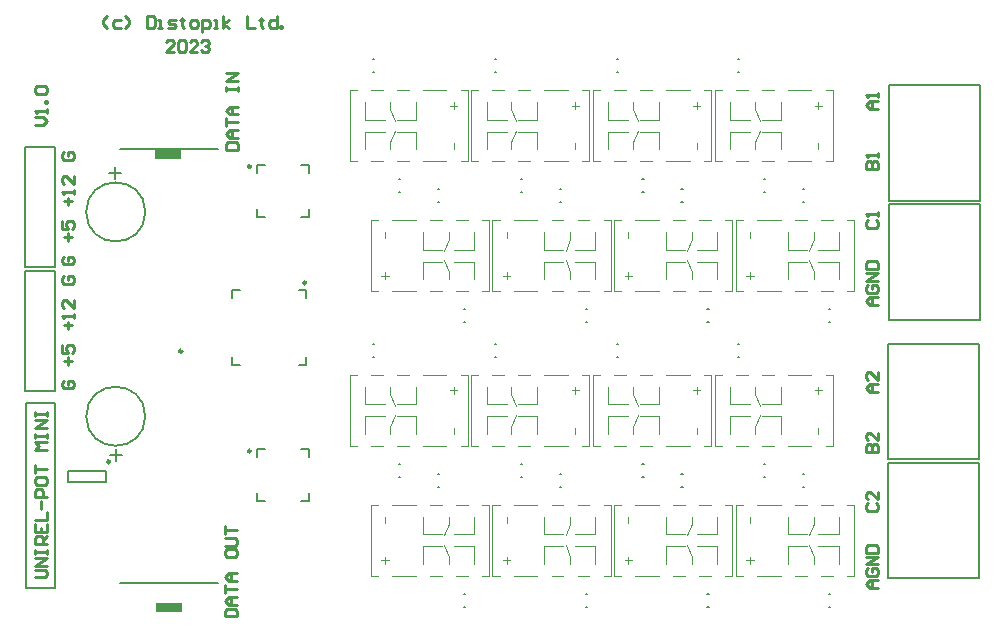
<source format=gto>
G04*
G04 #@! TF.GenerationSoftware,Altium Limited,Altium Designer,20.0.9 (164)*
G04*
G04 Layer_Color=65535*
%FSLAX25Y25*%
%MOIN*%
G70*
G01*
G75*
%ADD10C,0.00787*%
%ADD11C,0.00984*%
%ADD12C,0.00394*%
%ADD13C,0.01000*%
G36*
X390945Y283858D02*
X382283D01*
Y287008D01*
X390945D01*
Y283858D01*
D02*
G37*
G36*
X390551Y435039D02*
X381890D01*
Y438189D01*
X390551D01*
Y435039D01*
D02*
G37*
D10*
X378740Y417323D02*
G03*
X378740Y417323I-9843J0D01*
G01*
Y349213D02*
G03*
X378740Y349213I-9843J0D01*
G01*
X370472Y438189D02*
X403150D01*
X338976Y336221D02*
Y353543D01*
X348819D01*
Y343307D02*
Y353543D01*
X370472Y293701D02*
X403150D01*
X348819Y292126D02*
Y343307D01*
X338976Y292126D02*
X348819D01*
X338976D02*
Y336221D01*
Y292126D02*
X341339D01*
X416043Y430413D02*
Y433071D01*
X418701D01*
X430709D02*
X433366D01*
Y430413D02*
Y433071D01*
Y415748D02*
Y418405D01*
X430709Y415748D02*
X433366D01*
X416043D02*
Y418405D01*
Y415748D02*
X418701D01*
X407677Y388583D02*
Y391142D01*
X410236Y391142D01*
X407677Y366339D02*
X407677Y368898D01*
X407677Y366339D02*
X410236Y366339D01*
X429921Y366339D02*
X432480D01*
X432480Y368898D02*
X432480Y366339D01*
Y388583D02*
Y391142D01*
X429921D02*
X432480D01*
X416043Y335531D02*
Y338189D01*
X418701D01*
X430709D02*
X433366D01*
Y335531D02*
Y338189D01*
Y320866D02*
Y323524D01*
X430709Y320866D02*
X433366D01*
X416043D02*
Y323524D01*
Y320866D02*
X418701D01*
X576378Y463976D02*
X576772D01*
X576378Y468307D02*
X576772D01*
X535827Y463976D02*
X536221D01*
X535827Y468307D02*
X536221D01*
X495276Y463976D02*
X495669D01*
X495276Y468307D02*
X495669D01*
X454724Y463976D02*
X455118D01*
X454724Y468307D02*
X455118D01*
X485039Y384842D02*
X485433D01*
X485039Y380512D02*
X485433D01*
X525591Y384842D02*
X525984D01*
X525591Y380512D02*
X525984D01*
X566142Y384842D02*
X566535D01*
X566142Y380512D02*
X566535D01*
X606693Y384842D02*
X607087D01*
X606693Y380512D02*
X607087D01*
X585039Y423819D02*
X585433D01*
X585039Y428150D02*
X585433D01*
X544488Y423819D02*
X544882D01*
X544488Y428150D02*
X544882D01*
X503937Y423819D02*
X504331D01*
X503937Y428150D02*
X504331D01*
X463386Y423819D02*
X463779D01*
X463386Y428150D02*
X463779D01*
X476378Y425000D02*
X476772D01*
X476378Y420669D02*
X476772D01*
X516929Y425000D02*
X517323D01*
X516929Y420669D02*
X517323D01*
X557480Y425000D02*
X557874D01*
X557480Y420669D02*
X557874D01*
X598032Y425000D02*
X598425D01*
X598032Y420669D02*
X598425D01*
X626201Y373294D02*
X656701D01*
X626201Y334894D02*
X656701D01*
X626201D02*
Y373294D01*
X656701Y334894D02*
Y373294D01*
X338701Y398937D02*
X348701D01*
X338701D02*
Y438937D01*
X348701Y398937D02*
Y438937D01*
X338701D02*
X348701D01*
X338701Y357598D02*
X348701D01*
X338701D02*
Y397598D01*
X348701Y357598D02*
Y397598D01*
X338701D02*
X348701D01*
X626201Y333610D02*
X656701D01*
X626201Y295210D02*
X656701D01*
X626201D02*
Y333610D01*
X656701Y295210D02*
Y333610D01*
X626594Y459515D02*
X657094D01*
X626594Y421115D02*
X657094D01*
X626594D02*
Y459515D01*
X657094Y421115D02*
Y459515D01*
X626594Y419830D02*
X657094D01*
X626594Y381430D02*
X657094D01*
X626594D02*
Y419830D01*
X657094Y381430D02*
Y419830D01*
X353150Y327362D02*
Y330906D01*
X365748Y327362D02*
Y330906D01*
X353150Y327362D02*
X365748Y327362D01*
X353150Y330906D02*
X365748Y330906D01*
X576378Y369094D02*
X576772Y369094D01*
X576378Y373425D02*
X576772D01*
X585039Y328937D02*
X585433Y328937D01*
X585039Y333268D02*
X585433D01*
X535827Y369094D02*
X536220D01*
X535827Y373425D02*
X536220D01*
X544488Y328937D02*
X544882D01*
X544488Y333268D02*
X544882D01*
X495276Y369094D02*
X495669D01*
X495276Y373425D02*
X495669D01*
X503937Y328937D02*
X504331D01*
X503937Y333268D02*
X504331D01*
X454724Y369094D02*
X455118Y369094D01*
X454724Y373425D02*
X455118D01*
X463386Y328937D02*
X463779D01*
X463386Y333268D02*
X463779D01*
X485039Y289961D02*
X485433D01*
X485039Y285630D02*
X485433D01*
X476378Y330118D02*
X476772Y330118D01*
X476378Y325787D02*
X476772D01*
X525591Y289961D02*
X525984D01*
X525591Y285630D02*
X525984D01*
X516929Y330118D02*
X517323D01*
X516929Y325787D02*
X517323D01*
X566142Y289961D02*
X566535D01*
X566142Y285630D02*
X566535D01*
X557480Y330118D02*
X557874D01*
X557480Y325787D02*
X557874D01*
X606693Y289961D02*
X607087D01*
X606693Y285630D02*
X607087D01*
X598032Y330118D02*
X598425D01*
X598032Y325787D02*
X598425D01*
X368702Y428346D02*
Y432282D01*
X366734Y430314D02*
X370670D01*
X369093Y338189D02*
Y334253D01*
X371061Y336221D02*
X367126D01*
D11*
X413976Y432480D02*
G03*
X413976Y432480I-492J0D01*
G01*
X432382Y393701D02*
G03*
X432382Y393701I-492J0D01*
G01*
X413976Y337598D02*
G03*
X413976Y337598I-492J0D01*
G01*
X391043Y370866D02*
G03*
X391043Y370866I-492J0D01*
G01*
X366929Y334055D02*
G03*
X366929Y334055I-492J0D01*
G01*
D12*
X605512Y457874D02*
X607874D01*
X592913D02*
X600787D01*
X584252D02*
X588189D01*
X575591D02*
X579528D01*
X568504D02*
X570866D01*
X568504Y434252D02*
X570866D01*
X575591D02*
X579528D01*
X584252D02*
X588189D01*
X592913D02*
X600787D01*
X605512D02*
X607874D01*
X568504D02*
Y457874D01*
X590551Y438189D02*
Y444095D01*
X584252D02*
X590551D01*
X581890Y438189D02*
Y440551D01*
X583521Y444465D01*
X573622Y438189D02*
Y444095D01*
X580315D01*
X573622Y448032D02*
X580315D01*
X573622D02*
Y453937D01*
X581890Y451575D02*
X583521Y447661D01*
X581890Y451575D02*
Y453937D01*
X584252Y448032D02*
X590551D01*
Y453937D01*
X603150Y438189D02*
Y440158D01*
X601968Y452756D02*
X604331D01*
X603150Y451575D02*
Y453937D01*
X607874Y434252D02*
Y457874D01*
X564961Y457874D02*
X567323D01*
X552362D02*
X560236D01*
X543701D02*
X547638D01*
X535039D02*
X538976D01*
X527953D02*
X530315D01*
X527953Y434252D02*
X530315D01*
X535039D02*
X538976D01*
X543701D02*
X547638D01*
X552362D02*
X560236D01*
X564961D02*
X567323D01*
X527953D02*
Y457874D01*
X550000Y438189D02*
Y444095D01*
X543701D02*
X550000D01*
X541339Y438189D02*
Y440551D01*
X542969Y444465D01*
X533071Y438189D02*
Y444095D01*
X539764D01*
X533071Y448032D02*
X539764D01*
X533071D02*
Y453937D01*
X541339Y451575D02*
X542969Y447661D01*
X541339Y451575D02*
Y453937D01*
X543701Y448032D02*
X550000D01*
Y453937D01*
X562598Y438189D02*
Y440158D01*
X561417Y452756D02*
X563779D01*
X562598Y451575D02*
Y453937D01*
X567323Y434252D02*
Y457874D01*
X524409Y457874D02*
X526772D01*
X511811D02*
X519685D01*
X503150D02*
X507087D01*
X494488D02*
X498425D01*
X487402D02*
X489764D01*
X487402Y434252D02*
X489764D01*
X494488D02*
X498425D01*
X503150D02*
X507087D01*
X511811D02*
X519685D01*
X524409D02*
X526772D01*
X487402D02*
Y457874D01*
X509449Y438189D02*
Y444095D01*
X503150D02*
X509449D01*
X500787Y438189D02*
Y440551D01*
X502418Y444465D01*
X492520Y438189D02*
Y444095D01*
X499213D01*
X492520Y448032D02*
X499213D01*
X492520D02*
Y453937D01*
X500787Y451575D02*
X502418Y447661D01*
X500787Y451575D02*
Y453937D01*
X503150Y448032D02*
X509449D01*
Y453937D01*
X522047Y438189D02*
Y440158D01*
X520866Y452756D02*
X523228D01*
X522047Y451575D02*
Y453937D01*
X526772Y434252D02*
Y457874D01*
X483858Y457874D02*
X486221D01*
X471260D02*
X479134D01*
X462598D02*
X466535D01*
X453937D02*
X457874D01*
X446850D02*
X449213D01*
X446850Y434252D02*
X449213D01*
X453937D02*
X457874D01*
X462598D02*
X466535D01*
X471260D02*
X479134D01*
X483858D02*
X486221D01*
X446850D02*
Y457874D01*
X468898Y438189D02*
Y444095D01*
X462598D02*
X468898D01*
X460236Y438189D02*
Y440551D01*
X461867Y444465D01*
X451968Y438189D02*
Y444095D01*
X458661D01*
X451968Y448032D02*
X458661D01*
X451968D02*
Y453937D01*
X460236Y451575D02*
X461867Y447661D01*
X460236Y451575D02*
Y453937D01*
X462598Y448032D02*
X468898D01*
Y453937D01*
X481496Y438189D02*
Y440158D01*
X480315Y452756D02*
X482677D01*
X481496Y451575D02*
Y453937D01*
X486221Y434252D02*
Y457874D01*
X453937Y390945D02*
X456299D01*
X461024D02*
X468898D01*
X473622D02*
X477559D01*
X482283D02*
X486221D01*
X490945D02*
X493307D01*
X490945Y414567D02*
X493307D01*
X482283D02*
X486221D01*
X473622D02*
X477559D01*
X461024D02*
X468898D01*
X453937D02*
X456299D01*
X493307Y390945D02*
Y414567D01*
X471260Y404724D02*
Y410630D01*
Y404724D02*
X477559D01*
X479921Y408268D02*
Y410630D01*
X478291Y404354D02*
X479921Y408268D01*
X488189Y404724D02*
Y410630D01*
X481496Y404724D02*
X488189D01*
X481496Y400787D02*
X488189D01*
Y394882D02*
Y400787D01*
X478291Y401158D02*
X479921Y397244D01*
Y394882D02*
Y397244D01*
X471260Y400787D02*
X477559D01*
X471260Y394882D02*
Y400787D01*
X458661Y408661D02*
Y410630D01*
X457480Y396063D02*
X459842D01*
X458661Y394882D02*
Y397244D01*
X453937Y390945D02*
Y414567D01*
X494488Y390945D02*
X496850D01*
X501575D02*
X509449D01*
X514173D02*
X518110D01*
X522835D02*
X526772D01*
X531496D02*
X533858D01*
X531496Y414567D02*
X533858D01*
X522835D02*
X526772D01*
X514173D02*
X518110D01*
X501575D02*
X509449D01*
X494488D02*
X496850D01*
X533858Y390945D02*
Y414567D01*
X511811Y404724D02*
Y410630D01*
Y404724D02*
X518110D01*
X520472Y408268D02*
Y410630D01*
X518842Y404354D02*
X520472Y408268D01*
X528740Y404724D02*
Y410630D01*
X522047Y404724D02*
X528740D01*
X522047Y400787D02*
X528740D01*
Y394882D02*
Y400787D01*
X518842Y401158D02*
X520472Y397244D01*
Y394882D02*
Y397244D01*
X511811Y400787D02*
X518110D01*
X511811Y394882D02*
Y400787D01*
X499213Y408661D02*
Y410630D01*
X498032Y396063D02*
X500394D01*
X499213Y394882D02*
Y397244D01*
X494488Y390945D02*
Y414567D01*
X535039Y390945D02*
X537402D01*
X542126D02*
X550000D01*
X554724D02*
X558661D01*
X563386D02*
X567323D01*
X572047D02*
X574409D01*
X572047Y414567D02*
X574409D01*
X563386D02*
X567323D01*
X554724D02*
X558661D01*
X542126D02*
X550000D01*
X535039D02*
X537402D01*
X574409Y390945D02*
Y414567D01*
X552362Y404724D02*
Y410630D01*
Y404724D02*
X558661D01*
X561024Y408268D02*
Y410630D01*
X559393Y404354D02*
X561024Y408268D01*
X569291Y404724D02*
Y410630D01*
X562598Y404724D02*
X569291D01*
X562598Y400787D02*
X569291D01*
Y394882D02*
Y400787D01*
X559393Y401158D02*
X561024Y397244D01*
Y394882D02*
Y397244D01*
X552362Y400787D02*
X558661D01*
X552362Y394882D02*
Y400787D01*
X539764Y408661D02*
Y410630D01*
X538583Y396063D02*
X540945D01*
X539764Y394882D02*
Y397244D01*
X535039Y390945D02*
Y414567D01*
X575591Y390945D02*
X577953D01*
X582677D02*
X590551D01*
X595276D02*
X599213D01*
X603937D02*
X607874D01*
X612598D02*
X614961D01*
X612598Y414567D02*
X614961D01*
X603937D02*
X607874D01*
X595276D02*
X599213D01*
X582677D02*
X590551D01*
X575591D02*
X577953D01*
X614961Y390945D02*
Y414567D01*
X592913Y404724D02*
Y410630D01*
Y404724D02*
X599213D01*
X601575Y408268D02*
Y410630D01*
X599944Y404354D02*
X601575Y408268D01*
X609842Y404724D02*
Y410630D01*
X603150Y404724D02*
X609842D01*
X603150Y400787D02*
X609842D01*
Y394882D02*
Y400787D01*
X599944Y401158D02*
X601575Y397244D01*
Y394882D02*
Y397244D01*
X592913Y400787D02*
X599213D01*
X592913Y394882D02*
Y400787D01*
X580315Y408661D02*
Y410630D01*
X579134Y396063D02*
X581496D01*
X580315Y394882D02*
Y397244D01*
X575591Y390945D02*
Y414567D01*
Y296063D02*
X577953D01*
X582677D02*
X590551D01*
X595276D02*
X599213D01*
X603937D02*
X607874D01*
X612598D02*
X614961D01*
X612598Y319685D02*
X614961D01*
X603937D02*
X607874D01*
X595276D02*
X599213D01*
X582677D02*
X590551D01*
X575591D02*
X577953D01*
X614961Y296063D02*
Y319685D01*
X592913Y309842D02*
Y315748D01*
Y309842D02*
X599213D01*
X601575Y313386D02*
Y315748D01*
X599944Y309472D02*
X601575Y313386D01*
X609842Y309842D02*
Y315748D01*
X603150Y309842D02*
X609842D01*
X603150Y305906D02*
X609842D01*
Y300000D02*
Y305906D01*
X599944Y306276D02*
X601575Y302362D01*
Y300000D02*
Y302362D01*
X592913Y305906D02*
X599213D01*
X592913Y300000D02*
Y305906D01*
X580315Y313779D02*
Y315748D01*
X579134Y301181D02*
X581496D01*
X580315Y300000D02*
Y302362D01*
X575591Y296063D02*
Y319685D01*
X535039Y296063D02*
X537402D01*
X542126D02*
X550000D01*
X554724D02*
X558661D01*
X563386D02*
X567323D01*
X572047D02*
X574409D01*
X572047Y319685D02*
X574409D01*
X563386D02*
X567323D01*
X554724D02*
X558661D01*
X542126D02*
X550000D01*
X535039D02*
X537402D01*
X574409Y296063D02*
Y319685D01*
X552362Y309842D02*
Y315748D01*
Y309842D02*
X558661D01*
X561024Y313386D02*
Y315748D01*
X559393Y309472D02*
X561024Y313386D01*
X569291Y309842D02*
Y315748D01*
X562598Y309842D02*
X569291D01*
X562598Y305906D02*
X569291D01*
Y300000D02*
Y305906D01*
X559393Y306276D02*
X561024Y302362D01*
Y300000D02*
Y302362D01*
X552362Y305906D02*
X558661D01*
X552362Y300000D02*
Y305906D01*
X539764Y313779D02*
Y315748D01*
X538583Y301181D02*
X540945D01*
X539764Y300000D02*
Y302362D01*
X535039Y296063D02*
Y319685D01*
X494488Y296063D02*
X496850D01*
X501575D02*
X509449D01*
X514173D02*
X518110D01*
X522835D02*
X526772D01*
X531496D02*
X533858D01*
X531496Y319685D02*
X533858D01*
X522835D02*
X526772D01*
X514173D02*
X518110D01*
X501575D02*
X509449D01*
X494488D02*
X496850D01*
X533858Y296063D02*
Y319685D01*
X511811Y309842D02*
Y315748D01*
Y309842D02*
X518110D01*
X520472Y313386D02*
Y315748D01*
X518842Y309472D02*
X520472Y313386D01*
X528740Y309842D02*
Y315748D01*
X522047Y309842D02*
X528740D01*
X522047Y305906D02*
X528740D01*
Y300000D02*
Y305906D01*
X518842Y306276D02*
X520472Y302362D01*
Y300000D02*
Y302362D01*
X511811Y305906D02*
X518110D01*
X511811Y300000D02*
Y305906D01*
X499213Y313779D02*
Y315748D01*
X498032Y301181D02*
X500394D01*
X499213Y300000D02*
Y302362D01*
X494488Y296063D02*
Y319685D01*
X453937Y296063D02*
X456299D01*
X461024D02*
X468898D01*
X473622D02*
X477559D01*
X482283D02*
X486221D01*
X490945D02*
X493307D01*
X490945Y319685D02*
X493307D01*
X482283D02*
X486221D01*
X473622D02*
X477559D01*
X461024D02*
X468898D01*
X453937D02*
X456299D01*
X493307Y296063D02*
Y319685D01*
X471260Y309842D02*
Y315748D01*
Y309842D02*
X477559D01*
X479921Y313386D02*
Y315748D01*
X478291Y309472D02*
X479921Y313386D01*
X488189Y309842D02*
Y315748D01*
X481496Y309842D02*
X488189D01*
X481496Y305906D02*
X488189D01*
Y300000D02*
Y305906D01*
X478291Y306276D02*
X479921Y302362D01*
Y300000D02*
Y302362D01*
X471260Y305906D02*
X477559D01*
X471260Y300000D02*
Y305906D01*
X458661Y313779D02*
Y315748D01*
X457480Y301181D02*
X459842D01*
X458661Y300000D02*
Y302362D01*
X453937Y296063D02*
Y319685D01*
X483858Y362992D02*
X486221D01*
X471260Y362992D02*
X479134Y362992D01*
X462598Y362992D02*
X466535D01*
X453937D02*
X457874D01*
X446850Y362992D02*
X449213D01*
X446850Y339370D02*
X449213Y339370D01*
X453937D02*
X457874D01*
X462598D02*
X466535D01*
X471260D02*
X479134Y339370D01*
X483858Y339370D02*
X486221Y339370D01*
X446850D02*
Y362992D01*
X468898Y343307D02*
Y349213D01*
X462598D02*
X468898D01*
X460236Y343307D02*
Y345669D01*
X461867Y349583D01*
X451968Y343307D02*
Y349213D01*
X458661D01*
X451968Y353150D02*
X458661D01*
X451968D02*
Y359055D01*
X460236Y356693D02*
X461867Y352779D01*
X460236Y356693D02*
Y359055D01*
X462598Y353150D02*
X468898D01*
Y359055D01*
X481496Y343307D02*
Y345276D01*
X480315Y357874D02*
X482677D01*
X481496Y356693D02*
X481496Y359055D01*
X486221Y339370D02*
Y362992D01*
X524409D02*
X526772Y362992D01*
X511811D02*
X519685D01*
X503150D02*
X507087D01*
X494488D02*
X498425D01*
X487402Y362992D02*
X489764D01*
X487402Y339370D02*
X489764Y339370D01*
X494488Y339370D02*
X498425D01*
X503150D02*
X507087D01*
X511811D02*
X519685D01*
X524409Y339370D02*
X526772Y339370D01*
X487402D02*
Y362992D01*
X509449Y343307D02*
X509449Y349213D01*
X503150D02*
X509449D01*
X500787Y343307D02*
Y345669D01*
X502418Y349583D01*
X492520Y343307D02*
X492520Y349213D01*
X499213D01*
X492520Y353150D02*
X499213D01*
X492520D02*
Y359055D01*
X500787Y356693D02*
X502418Y352779D01*
X500787Y356693D02*
Y359055D01*
X503150Y353150D02*
X509449D01*
X509449Y359055D02*
X509449Y353150D01*
X522047Y343307D02*
Y345276D01*
X520866Y357874D02*
X523228Y357874D01*
X522047Y356693D02*
X522047Y359055D01*
X526772Y339370D02*
X526772Y362992D01*
X564961D02*
X567323Y362992D01*
X552362Y362992D02*
X560236Y362992D01*
X543701Y362992D02*
X547638D01*
X535039D02*
X538976D01*
X527953Y362992D02*
X530315D01*
X527953Y339370D02*
X530315Y339370D01*
X535039D02*
X538976D01*
X543701D02*
X547638D01*
X552362D02*
X560236Y339370D01*
X564961Y339370D02*
X567323Y339370D01*
X527953D02*
Y362992D01*
X550000Y343307D02*
Y349213D01*
X543701D02*
X550000D01*
X541339Y345669D02*
X541339Y343307D01*
X541339Y345669D02*
X542969Y349583D01*
X533071Y349213D02*
X533071Y343307D01*
X533071Y349213D02*
X539764D01*
X533071Y353150D02*
X539764D01*
X533071D02*
Y359055D01*
X541339Y356693D02*
X542969Y352779D01*
X541339Y359055D02*
X541339Y356693D01*
X543701Y353150D02*
X550000D01*
Y359055D01*
X562598Y343307D02*
Y345276D01*
X561417Y357874D02*
X563779D01*
X562598Y356693D02*
Y359055D01*
X567323Y339370D02*
Y362992D01*
X605512D02*
X607874D01*
X592913Y362992D02*
X600787Y362992D01*
X584252Y362992D02*
X588189D01*
X575591D02*
X579528D01*
X568504Y362992D02*
X570866D01*
X568504Y339370D02*
X570866Y339370D01*
X575591Y339370D02*
X579528D01*
X584252D02*
X588189D01*
X592913D02*
X600787D01*
X605512D02*
X607874D01*
X568504D02*
Y362992D01*
X590551Y343307D02*
Y349213D01*
X584252D02*
X590551D01*
X581890Y343307D02*
Y345669D01*
X583521Y349583D01*
X573622Y349213D02*
X573622Y343307D01*
X573622Y349213D02*
X580315D01*
X573622Y353150D02*
X580315D01*
X573622D02*
Y359055D01*
X581890Y356693D02*
X583521Y352779D01*
X581890Y356693D02*
Y359055D01*
X584252Y353150D02*
X590551D01*
X590551Y359055D02*
X590551Y353150D01*
X603150Y343307D02*
Y345276D01*
X601968Y357874D02*
X604331Y357874D01*
X603150Y356693D02*
X603150Y359055D01*
X607874Y339370D02*
Y362992D01*
D13*
X623016Y386433D02*
X620392D01*
X619080Y387745D01*
X620392Y389057D01*
X623016D01*
X621048D01*
Y386433D01*
X619736Y392993D02*
X619080Y392337D01*
Y391025D01*
X619736Y390369D01*
X622360D01*
X623016Y391025D01*
Y392337D01*
X622360Y392993D01*
X621048D01*
Y391681D01*
X623016Y394305D02*
X619080D01*
X623016Y396928D01*
X619080D01*
Y398240D02*
X623016D01*
Y400208D01*
X622360Y400864D01*
X619736D01*
X619080Y400208D01*
Y398240D01*
X351626Y361104D02*
X350970Y360448D01*
Y359136D01*
X351626Y358480D01*
X354250D01*
X354906Y359136D01*
Y360448D01*
X354250Y361104D01*
X352938D01*
Y359792D01*
Y366352D02*
Y368976D01*
X351626Y367664D02*
X354250D01*
X350970Y372911D02*
Y370287D01*
X352938D01*
X352282Y371599D01*
Y372255D01*
X352938Y372911D01*
X354250D01*
X354906Y372255D01*
Y370943D01*
X354250Y370287D01*
X352938Y378159D02*
Y380783D01*
X351626Y379471D02*
X354250D01*
X354906Y382095D02*
Y383407D01*
Y382751D01*
X350970D01*
X351626Y382095D01*
X354906Y387998D02*
Y385374D01*
X352282Y387998D01*
X351626D01*
X350970Y387342D01*
Y386031D01*
X351626Y385374D01*
Y395870D02*
X350970Y395214D01*
Y393902D01*
X351626Y393246D01*
X354250D01*
X354906Y393902D01*
Y395214D01*
X354250Y395870D01*
X352938D01*
Y394558D01*
X623016Y357299D02*
X620392D01*
X619080Y358611D01*
X620392Y359923D01*
X623016D01*
X621048D01*
Y357299D01*
X623016Y363859D02*
Y361235D01*
X620392Y363859D01*
X619736D01*
X619080Y363203D01*
Y361891D01*
X619736Y361235D01*
X351626Y402443D02*
X350970Y401787D01*
Y400475D01*
X351626Y399819D01*
X354250D01*
X354906Y400475D01*
Y401787D01*
X354250Y402443D01*
X352938D01*
Y401131D01*
Y407690D02*
Y410314D01*
X351626Y409002D02*
X354250D01*
X350970Y414250D02*
Y411626D01*
X352938D01*
X352282Y412938D01*
Y413594D01*
X352938Y414250D01*
X354250D01*
X354906Y413594D01*
Y412282D01*
X354250Y411626D01*
X352938Y419498D02*
Y422121D01*
X351626Y420810D02*
X354250D01*
X354906Y423433D02*
Y424745D01*
Y424089D01*
X350970D01*
X351626Y423433D01*
X354906Y429337D02*
Y426713D01*
X352282Y429337D01*
X351626D01*
X350970Y428681D01*
Y427369D01*
X351626Y426713D01*
Y437208D02*
X350970Y436552D01*
Y435241D01*
X351626Y434585D01*
X354250D01*
X354906Y435241D01*
Y436552D01*
X354250Y437208D01*
X352938D01*
Y435896D01*
X341915Y446276D02*
X344538D01*
X345850Y447587D01*
X344538Y448899D01*
X341915D01*
X345850Y450211D02*
Y451523D01*
Y450867D01*
X341915D01*
X342571Y450211D01*
X345850Y453491D02*
X345195D01*
Y454147D01*
X345850D01*
Y453491D01*
X342571Y456771D02*
X341915Y457427D01*
Y458739D01*
X342571Y459395D01*
X345195D01*
X345850Y458739D01*
Y457427D01*
X345195Y456771D01*
X342571D01*
X619736Y320159D02*
X619080Y319503D01*
Y318191D01*
X619736Y317535D01*
X622360D01*
X623016Y318191D01*
Y319503D01*
X622360Y320159D01*
X623016Y324095D02*
Y321471D01*
X620392Y324095D01*
X619736D01*
X619080Y323439D01*
Y322127D01*
X619736Y321471D01*
X623016Y291945D02*
X620392D01*
X619080Y293257D01*
X620392Y294569D01*
X623016D01*
X621048D01*
Y291945D01*
X619736Y298504D02*
X619080Y297849D01*
Y296537D01*
X619736Y295881D01*
X622360D01*
X623016Y296537D01*
Y297849D01*
X622360Y298504D01*
X621048D01*
Y297193D01*
X623016Y299816D02*
X619080D01*
X623016Y302440D01*
X619080D01*
Y303752D02*
X623016D01*
Y305720D01*
X622360Y306376D01*
X619736D01*
X619080Y305720D01*
Y303752D01*
X619736Y414647D02*
X619080Y413991D01*
Y412680D01*
X619736Y412024D01*
X622360D01*
X623016Y412680D01*
Y413991D01*
X622360Y414647D01*
X623016Y415959D02*
Y417271D01*
Y416615D01*
X619080D01*
X619736Y415959D01*
X405694Y438008D02*
X409630D01*
Y439976D01*
X408974Y440632D01*
X406350D01*
X405694Y439976D01*
Y438008D01*
X409630Y441944D02*
X407006D01*
X405694Y443256D01*
X407006Y444567D01*
X409630D01*
X407662D01*
Y441944D01*
X405694Y445879D02*
Y448503D01*
Y447191D01*
X409630D01*
Y449815D02*
X407006D01*
X405694Y451127D01*
X407006Y452439D01*
X409630D01*
X407662D01*
Y449815D01*
X405694Y457687D02*
Y458998D01*
Y458343D01*
X409630D01*
Y457687D01*
Y458998D01*
Y460966D02*
X405694D01*
X409630Y463590D01*
X405694D01*
X619080Y431709D02*
X623016D01*
Y433676D01*
X622360Y434333D01*
X621704D01*
X621048Y433676D01*
Y431709D01*
Y433676D01*
X620392Y434333D01*
X619736D01*
X619080Y433676D01*
Y431709D01*
X623016Y435644D02*
Y436956D01*
Y436300D01*
X619080D01*
X619736Y435644D01*
X623016Y451787D02*
X620392D01*
X619080Y453099D01*
X620392Y454411D01*
X623016D01*
X621048D01*
Y451787D01*
X623016Y455723D02*
Y457035D01*
Y456379D01*
X619080D01*
X619736Y455723D01*
X405301Y282496D02*
X409236D01*
Y284464D01*
X408580Y285120D01*
X405956D01*
X405301Y284464D01*
Y282496D01*
X409236Y286432D02*
X406612D01*
X405301Y287744D01*
X406612Y289056D01*
X409236D01*
X407268D01*
Y286432D01*
X405301Y290368D02*
Y292991D01*
Y291680D01*
X409236D01*
Y294303D02*
X406612D01*
X405301Y295615D01*
X406612Y296927D01*
X409236D01*
X407268D01*
Y294303D01*
X405301Y304143D02*
Y302831D01*
X405956Y302175D01*
X408580D01*
X409236Y302831D01*
Y304143D01*
X408580Y304799D01*
X405956D01*
X405301Y304143D01*
Y306111D02*
X408580D01*
X409236Y306767D01*
Y308078D01*
X408580Y308734D01*
X405301D01*
Y310046D02*
Y312670D01*
Y311358D01*
X409236D01*
X341915Y295488D02*
X345194D01*
X345850Y296144D01*
Y297456D01*
X345194Y298112D01*
X341915D01*
X345850Y299424D02*
X341915D01*
X345850Y302048D01*
X341915D01*
Y303360D02*
Y304672D01*
Y304016D01*
X345850D01*
Y303360D01*
Y304672D01*
Y306640D02*
X341915D01*
Y308607D01*
X342571Y309263D01*
X343882D01*
X344538Y308607D01*
Y306640D01*
Y307951D02*
X345850Y309263D01*
X341915Y313199D02*
Y310575D01*
X345850D01*
Y313199D01*
X343882Y310575D02*
Y311887D01*
X341915Y314511D02*
X345850D01*
Y317135D01*
X343882Y318447D02*
Y321071D01*
X345850Y322382D02*
X341915D01*
Y324350D01*
X342571Y325006D01*
X343882D01*
X344538Y324350D01*
Y322382D01*
X341915Y328286D02*
Y326974D01*
X342571Y326318D01*
X345194D01*
X345850Y326974D01*
Y328286D01*
X345194Y328942D01*
X342571D01*
X341915Y328286D01*
Y330254D02*
Y332878D01*
Y331566D01*
X345850D01*
Y338125D02*
X341915D01*
X343227Y339437D01*
X341915Y340749D01*
X345850D01*
X341915Y342061D02*
Y343373D01*
Y342717D01*
X345850D01*
Y342061D01*
Y343373D01*
Y345341D02*
X341915D01*
X345850Y347965D01*
X341915D01*
Y349277D02*
Y350588D01*
Y349933D01*
X345850D01*
Y349277D01*
Y350588D01*
X366091Y478690D02*
X364779Y480002D01*
Y481314D01*
X366091Y482626D01*
X370683Y481314D02*
X368715D01*
X368059Y480658D01*
Y479346D01*
X368715Y478690D01*
X370683D01*
X371995D02*
X373307Y480002D01*
Y481314D01*
X371995Y482626D01*
X379211D02*
Y478690D01*
X381178D01*
X381834Y479346D01*
Y481970D01*
X381178Y482626D01*
X379211D01*
X383146Y478690D02*
X384458D01*
X383802D01*
Y481314D01*
X383146D01*
X386426Y478690D02*
X388394D01*
X389050Y479346D01*
X388394Y480002D01*
X387082D01*
X386426Y480658D01*
X387082Y481314D01*
X389050D01*
X391018Y481970D02*
Y481314D01*
X390362D01*
X391674D01*
X391018D01*
Y479346D01*
X391674Y478690D01*
X394298D02*
X395609D01*
X396265Y479346D01*
Y480658D01*
X395609Y481314D01*
X394298D01*
X393642Y480658D01*
Y479346D01*
X394298Y478690D01*
X397577Y477378D02*
Y481314D01*
X399545D01*
X400201Y480658D01*
Y479346D01*
X399545Y478690D01*
X397577D01*
X401513D02*
X402825D01*
X402169D01*
Y481314D01*
X401513D01*
X404793Y478690D02*
Y482626D01*
Y480002D02*
X406761Y481314D01*
X404793Y480002D02*
X406761Y478690D01*
X412664Y482626D02*
Y478690D01*
X415288D01*
X417256Y481970D02*
Y481314D01*
X416600D01*
X417912D01*
X417256D01*
Y479346D01*
X417912Y478690D01*
X422504Y482626D02*
Y478690D01*
X420536D01*
X419880Y479346D01*
Y480658D01*
X420536Y481314D01*
X422504D01*
X423816Y478690D02*
Y479346D01*
X424472D01*
Y478690D01*
X423816D01*
X388269Y470685D02*
X385646D01*
X388269Y473309D01*
Y473965D01*
X387614Y474621D01*
X386302D01*
X385646Y473965D01*
X389581D02*
X390237Y474621D01*
X391549D01*
X392205Y473965D01*
Y471341D01*
X391549Y470685D01*
X390237D01*
X389581Y471341D01*
Y473965D01*
X396141Y470685D02*
X393517D01*
X396141Y473309D01*
Y473965D01*
X395485Y474621D01*
X394173D01*
X393517Y473965D01*
X397453D02*
X398109Y474621D01*
X399421D01*
X400077Y473965D01*
Y473309D01*
X399421Y472653D01*
X398765D01*
X399421D01*
X400077Y471997D01*
Y471341D01*
X399421Y470685D01*
X398109D01*
X397453Y471341D01*
X619080Y337221D02*
X623016D01*
Y339188D01*
X622360Y339844D01*
X621704D01*
X621048Y339188D01*
Y337221D01*
Y339188D01*
X620392Y339844D01*
X619736D01*
X619080Y339188D01*
Y337221D01*
X623016Y343780D02*
Y341156D01*
X620392Y343780D01*
X619736D01*
X619080Y343124D01*
Y341812D01*
X619736Y341156D01*
M02*

</source>
